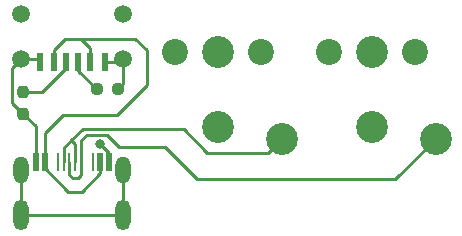
<source format=gbr>
%TF.GenerationSoftware,KiCad,Pcbnew,7.0.9*%
%TF.CreationDate,2024-01-10T16:41:44+00:00*%
%TF.ProjectId,ds_lite_tv_out_tv_side,64735f6c-6974-4655-9f74-765f6f75745f,rev?*%
%TF.SameCoordinates,Original*%
%TF.FileFunction,Copper,L1,Top*%
%TF.FilePolarity,Positive*%
%FSLAX46Y46*%
G04 Gerber Fmt 4.6, Leading zero omitted, Abs format (unit mm)*
G04 Created by KiCad (PCBNEW 7.0.9) date 2024-01-10 16:41:44*
%MOMM*%
%LPD*%
G01*
G04 APERTURE LIST*
G04 Aperture macros list*
%AMRoundRect*
0 Rectangle with rounded corners*
0 $1 Rounding radius*
0 $2 $3 $4 $5 $6 $7 $8 $9 X,Y pos of 4 corners*
0 Add a 4 corners polygon primitive as box body*
4,1,4,$2,$3,$4,$5,$6,$7,$8,$9,$2,$3,0*
0 Add four circle primitives for the rounded corners*
1,1,$1+$1,$2,$3*
1,1,$1+$1,$4,$5*
1,1,$1+$1,$6,$7*
1,1,$1+$1,$8,$9*
0 Add four rect primitives between the rounded corners*
20,1,$1+$1,$2,$3,$4,$5,0*
20,1,$1+$1,$4,$5,$6,$7,0*
20,1,$1+$1,$6,$7,$8,$9,0*
20,1,$1+$1,$8,$9,$2,$3,0*%
G04 Aperture macros list end*
%TA.AperFunction,ComponentPad*%
%ADD10C,2.700000*%
%TD*%
%TA.AperFunction,ComponentPad*%
%ADD11C,2.200000*%
%TD*%
%TA.AperFunction,SMDPad,CuDef*%
%ADD12R,0.520000X1.500000*%
%TD*%
%TA.AperFunction,SMDPad,CuDef*%
%ADD13R,0.270000X1.500000*%
%TD*%
%TA.AperFunction,ComponentPad*%
%ADD14O,1.300000X2.300000*%
%TD*%
%TA.AperFunction,ComponentPad*%
%ADD15O,1.300000X2.600000*%
%TD*%
%TA.AperFunction,SMDPad,CuDef*%
%ADD16RoundRect,0.237500X0.250000X0.237500X-0.250000X0.237500X-0.250000X-0.237500X0.250000X-0.237500X0*%
%TD*%
%TA.AperFunction,ComponentPad*%
%ADD17C,1.500000*%
%TD*%
%TA.AperFunction,SMDPad,CuDef*%
%ADD18R,0.600000X1.500000*%
%TD*%
%TA.AperFunction,SMDPad,CuDef*%
%ADD19R,0.500000X1.500000*%
%TD*%
%TA.AperFunction,SMDPad,CuDef*%
%ADD20RoundRect,0.237500X0.237500X-0.250000X0.237500X0.250000X-0.237500X0.250000X-0.237500X-0.250000X0*%
%TD*%
%TA.AperFunction,ViaPad*%
%ADD21C,0.800000*%
%TD*%
%TA.AperFunction,Conductor*%
%ADD22C,0.250000*%
%TD*%
G04 APERTURE END LIST*
D10*
%TO.P,J1,1,In*%
%TO.N,Net-(J1-In)*%
X156410000Y-95820000D03*
%TO.P,J1,2,Ext*%
%TO.N,Net-(J1-Ext)*%
X151030000Y-88450000D03*
D11*
%TO.P,J1,3*%
%TO.N,N/C*%
X147380000Y-88450000D03*
D10*
X151030000Y-94800000D03*
D11*
X154680000Y-88450000D03*
%TD*%
D12*
%TO.P,P1,A1,GND*%
%TO.N,Net-(J1-Ext)*%
X135570000Y-97788000D03*
%TO.P,P1,A4,VBUS*%
%TO.N,Net-(U1-VBUS)*%
X136320000Y-97788000D03*
D13*
%TO.P,P1,A5,CC*%
%TO.N,unconnected-(P1-CC-PadA5)*%
X140420000Y-97788000D03*
%TO.P,P1,A6,D+*%
%TO.N,Net-(J2-In)*%
X138420000Y-97790000D03*
X139420000Y-97788000D03*
%TO.P,P1,A7,D-*%
%TO.N,Net-(J1-In)*%
X137920000Y-97790000D03*
X138920000Y-97788000D03*
D12*
%TO.P,P1,A9,VBUS*%
%TO.N,Net-(U1-VBUS)*%
X141020000Y-97788000D03*
%TO.P,P1,A12,GND*%
%TO.N,Net-(J1-Ext)*%
X141770000Y-97788000D03*
D13*
%TO.P,P1,B5,VCONN*%
%TO.N,unconnected-(P1-VCONN-PadB5)*%
X137420000Y-97788000D03*
D14*
%TO.P,P1,S1,SHIELD*%
%TO.N,unconnected-(P1-SHIELD-PadS1)*%
X134350000Y-98415000D03*
D15*
X134350000Y-102240000D03*
D14*
X142990000Y-98415000D03*
D15*
X142990000Y-102240000D03*
%TD*%
D16*
%TO.P,R2,1*%
%TO.N,Net-(J1-Ext)*%
X142565000Y-91600000D03*
%TO.P,R2,2*%
%TO.N,Net-(U1-CC1)*%
X140740000Y-91600000D03*
%TD*%
D10*
%TO.P,J2,1,In*%
%TO.N,Net-(J2-In)*%
X169430000Y-95820000D03*
%TO.P,J2,2,Ext*%
%TO.N,Net-(J1-Ext)*%
X164050000Y-88450000D03*
D11*
%TO.P,J2,3*%
%TO.N,N/C*%
X160400000Y-88450000D03*
D10*
X164050000Y-94800000D03*
D11*
X167700000Y-88450000D03*
%TD*%
D17*
%TO.P,U1,1,GND*%
%TO.N,Net-(J1-Ext)*%
X134354000Y-85240000D03*
X134354000Y-89037300D03*
D18*
X135913560Y-89286220D03*
X141420280Y-89296380D03*
D17*
X142990000Y-85240000D03*
X142990000Y-89037300D03*
D19*
%TO.P,U1,2,VBUS*%
%TO.N,Net-(U1-VBUS)*%
X137142920Y-89286220D03*
X140190920Y-89296380D03*
%TO.P,U1,3,CC2*%
%TO.N,Net-(U1-CC2)*%
X138164000Y-89291300D03*
%TO.P,U1,4,CC1*%
%TO.N,Net-(U1-CC1)*%
X139180000Y-89296380D03*
%TD*%
D20*
%TO.P,R1,1*%
%TO.N,Net-(J1-Ext)*%
X134480000Y-93652500D03*
%TO.P,R1,2*%
%TO.N,Net-(U1-CC2)*%
X134480000Y-91827500D03*
%TD*%
D21*
%TO.N,Net-(J1-Ext)*%
X141000000Y-96220000D03*
%TD*%
D22*
%TO.N,Net-(U1-VBUS)*%
X138302000Y-100260000D02*
X139470000Y-100260000D01*
X136320000Y-98278000D02*
X138302000Y-100260000D01*
X136320000Y-97788000D02*
X136320000Y-98278000D01*
X139470000Y-100260000D02*
X141020000Y-98710000D01*
X141020000Y-98710000D02*
X141020000Y-97788000D01*
X138080000Y-87300000D02*
X138420000Y-87300000D01*
X138420000Y-87300000D02*
X138900000Y-87300000D01*
X144990000Y-88300000D02*
X143990000Y-87300000D01*
X143990000Y-87300000D02*
X138420000Y-87300000D01*
X138900000Y-87300000D02*
X139360000Y-87300000D01*
X136320000Y-97788000D02*
X136320000Y-95320000D01*
X136320000Y-95320000D02*
X137870000Y-93770000D01*
X137870000Y-93770000D02*
X142490000Y-93770000D01*
X142490000Y-93770000D02*
X144990000Y-91270000D01*
X144990000Y-91270000D02*
X144990000Y-88300000D01*
%TO.N,Net-(J1-In)*%
X138595000Y-95915000D02*
X139530000Y-94980000D01*
X139530000Y-94980000D02*
X148090000Y-94980000D01*
X148090000Y-94980000D02*
X150100000Y-96990000D01*
X150100000Y-96990000D02*
X155240000Y-96990000D01*
X155240000Y-96990000D02*
X156410000Y-95820000D01*
%TO.N,Net-(J1-Ext)*%
X141770000Y-96990000D02*
X141000000Y-96220000D01*
X141420280Y-89296380D02*
X142730920Y-89296380D01*
X142565000Y-91600000D02*
X142990000Y-91175000D01*
X135570000Y-94742500D02*
X135570000Y-97788000D01*
X133600000Y-89791300D02*
X134354000Y-89037300D01*
X135664640Y-89037300D02*
X135913560Y-89286220D01*
X134480000Y-93652500D02*
X135570000Y-94742500D01*
X133600000Y-92772500D02*
X133600000Y-89791300D01*
X142990000Y-91175000D02*
X142990000Y-89037300D01*
X134480000Y-93652500D02*
X133600000Y-92772500D01*
X134354000Y-89037300D02*
X135664640Y-89037300D01*
X142730920Y-89296380D02*
X142990000Y-89037300D01*
X141770000Y-97788000D02*
X141770000Y-96990000D01*
%TO.N,Net-(U1-VBUS)*%
X137142920Y-88237080D02*
X138080000Y-87300000D01*
X137142920Y-89286220D02*
X137142920Y-88237080D01*
X139360000Y-87300000D02*
X140190920Y-88130920D01*
X140190920Y-88130920D02*
X140190920Y-89296380D01*
%TO.N,unconnected-(P1-SHIELD-PadS1)*%
X142990000Y-102240000D02*
X134350000Y-102240000D01*
X142990000Y-98415000D02*
X142990000Y-102240000D01*
X134350000Y-102240000D02*
X134350000Y-98415000D01*
%TO.N,Net-(U1-CC2)*%
X138164000Y-89791300D02*
X136127800Y-91827500D01*
X138164000Y-89291300D02*
X138164000Y-89791300D01*
X136127800Y-91827500D02*
X134480000Y-91827500D01*
%TO.N,Net-(U1-CC1)*%
X139180000Y-90040000D02*
X140740000Y-91600000D01*
X139180000Y-89296380D02*
X139180000Y-90040000D01*
%TO.N,Net-(J1-In)*%
X138920000Y-96240000D02*
X138595000Y-95915000D01*
X137920000Y-96590000D02*
X137920000Y-97790000D01*
X138595000Y-95915000D02*
X137920000Y-96590000D01*
X138920000Y-97788000D02*
X138920000Y-96240000D01*
%TO.N,Net-(J2-In)*%
X141570000Y-95430000D02*
X142615000Y-96475000D01*
X142615000Y-96475000D02*
X146505000Y-96475000D01*
X149260000Y-99230000D02*
X166020000Y-99230000D01*
X139420000Y-95910000D02*
X139420000Y-97788000D01*
X138687000Y-99090000D02*
X139140000Y-99090000D01*
X166020000Y-99230000D02*
X169430000Y-95820000D01*
X141570000Y-95430000D02*
X139900000Y-95430000D01*
X138420000Y-98823000D02*
X138687000Y-99090000D01*
X146505000Y-96475000D02*
X149260000Y-99230000D01*
X139900000Y-95430000D02*
X139420000Y-95910000D01*
X139420000Y-98810000D02*
X139420000Y-97788000D01*
X138420000Y-97790000D02*
X138420000Y-98823000D01*
X139140000Y-99090000D02*
X139420000Y-98810000D01*
%TD*%
M02*

</source>
